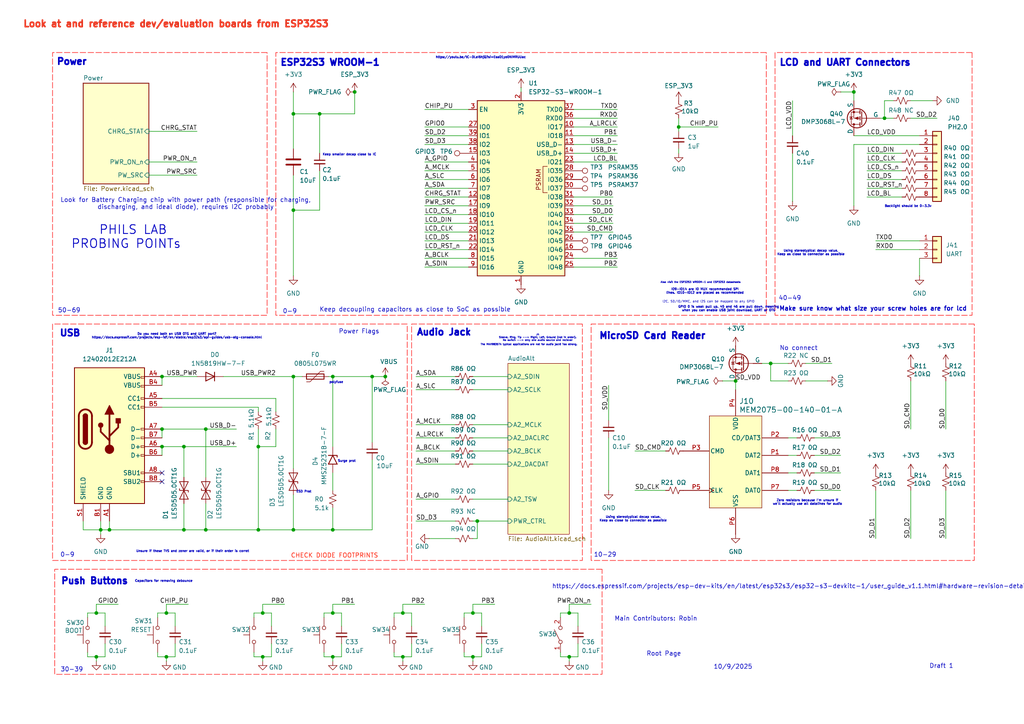
<source format=kicad_sch>
(kicad_sch (version 20250114) (generator "eeschema") (generator_version "9.0")
  (paper "A4")
  (text "LCD and UART Connectors" (at 245.11 18.288 0) (effects (font (size 1.905 1.905) (thickness 0.508) (bold yes))))
  (text "Look for Battery Charging chip with power path (responsible for charging,\ndischarging, and ideal diode), requires I2C probably" (at 53.848 59.182 0) (effects (font (size 1.27 1.27))))
  (text "Keep decoupling capacitors as close to SoC as possible\n" (at 120.396 89.916 0) (effects (font (size 1.27 1.27))))
  (text "50-69" (at 20.066 90.17 0) (effects (font (size 1.27 1.27))))
  (text "ESP32S3 WROOM-1" (at 95.758 18.288 0) (effects (font (size 1.905 1.905) (thickness 0.508) (bold yes))))
  (text "Capacitors for removing debounce" (at 47.498 168.656 0) (effects (font (size 0.635 0.635))))
  (text "Look at and reference dev/evaluation boards from ESP32S3" (at 51.054 7.112 0) (effects (font (size 1.905 1.905) (thickness 0.508) (bold yes))))
  (text "IO9-IO14 are IO MUX recommended SPI\nlines. IO10-IO12 are placed as recommended" (at 204.47 84.582 0) (effects (font (size 0.635 0.635))))
  (text "Make sure know what size your screw holes are for lcd\n" (at 253.238 89.662 0) (effects (font (size 1.27 1.27) (thickness 0.254) (bold yes))))
  (text "GPIO 0 is weak pull up, 45 and 46 are pull down, meaning\nwhen you can enable USB joint download, UART or OTG\n" (at 211.328 89.662 0) (effects (font (size 0.635 0.635))))
  (text "Push Buttons\n" (at 27.432 168.656 0) (effects (font (size 1.905 1.905) (thickness 0.508) (bold yes))))
  (text "Using stereotypical decap value.\nKeep as close to connector as possible" (at 183.642 150.622 0) (effects (font (size 0.635 0.635))))
  (text "MicroSD Card Reader\n" (at 189.23 97.536 0) (effects (font (size 1.905 1.905) (thickness 0.508) (bold yes))))
  (text "Backlight should be 0-3.3v" (at 263.398 59.944 0) (effects (font (size 0.635 0.635))))
  (text "0-9" (at 84.074 90.424 0) (effects (font (size 1.27 1.27))))
  (text "I2C, SD/IO/MMC, and I2S can be mapped to any GPIO\n" (at 205.486 87.63 0) (effects (font (size 0.635 0.635) (thickness 0.0794))))
  (text "Surge prot" (at 100.584 133.858 0) (effects (font (size 0.635 0.635))))
  (text "10/9/2025" (at 212.598 193.548 0) (effects (font (size 1.27 1.27))))
  (text "Root Page" (at 192.532 189.738 0) (effects (font (size 1.27 1.27))))
  (text "Zero resistors because I'm unsure if\nwe'll actually use all datalines for audio" (at 234.188 145.796 0) (effects (font (size 0.635 0.635))))
  (text "10-29" (at 175.514 161.036 0) (effects (font (size 1.27 1.27))))
  (text "Unsure if these TVS and zener are valid, or if their order is corret" (at 55.88 160.02 0) (effects (font (size 0.635 0.635))))
  (text "CHECK DIODE FOOTPRINTS" (at 97.028 161.29 0) (effects (font (size 1.27 1.27))))
  (text "Power" (at 20.828 18.034 0) (effects (font (size 1.905 1.905) (thickness 0.508) (bold yes))))
  (text "polyfuse" (at 97.536 110.998 0) (effects (font (size 0.635 0.635))))
  (text "40-49" (at 229.108 86.614 0) (effects (font (size 1.27 1.27))))
  (text "Audio Jack" (at 128.778 96.52 0) (effects (font (size 1.905 1.905) (thickness 0.508) (bold yes))))
  (text "30-39" (at 20.828 194.31 0) (effects (font (size 1.27 1.27))))
  (text "Do you need both an USB OTG and UART port?\nhttps://docs.espressif.com/projects/esp-idf/en/stable/esp32s3/api-guides/usb-otg-console.html" (at 51.308 97.536 0) (effects (font (size 0.635 0.635))))
  (text "PROBING POINTs" (at 36.576 70.866 0) (effects (font (size 2.54 2.54) (thickness 0.254) (bold yes))))
  (text "The MAX98357A typical applications are not for audio jack! Too strong." (at 153.416 100.076 0) (effects (font (size 0.508 0.508))))
  (text "Also visit the ESP32S3 WROOM-1 and ESP32S3 datasheets" (at 203.2 82.042 0) (effects (font (size 0.508 0.508))))
  (text "Keep smaller decap close to IC" (at 101.346 44.958 0) (effects (font (size 0.635 0.635))))
  (text "Using stereotypical decap value.\nKeep as close to connector as possible" (at 235.204 73.406 0) (effects (font (size 0.635 0.635))))
  (text "Main Contributors: Robin" (at 190.246 179.578 0) (effects (font (size 1.27 1.27))))
  (text "No connect" (at 231.648 101.092 0) (effects (font (size 1.27 1.27))))
  (text "PHILS LAB" (at 38.608 66.802 0) (effects (font (size 2.54 2.54) (thickness 0.254) (bold yes))))
  (text "Draft 1" (at 273.05 193.294 0) (effects (font (size 1.27 1.27))))
  (text "ESD Prot" (at 88.138 142.748 0) (effects (font (size 0.635 0.635))))
  (text "USB\n" (at 20.32 96.774 0) (effects (font (size 1.905 1.905) (thickness 0.508) (bold yes))))
  (text "https://docs.espressif.com/projects/esp-dev-kits/en/latest/esp32s3/esp32-s3-devkitc-1/user_guide_v1.1.html#hardware-revision-details" (at 229.616 170.18 0) (effects (font (size 1.27 1.27))))
  (text "J4\nSleeve, Ring, Tip --> Right, Left, Ground (not in order).\nNo switch --> only one audio source and reciever" (at 155.956 98.044 0) (effects (font (size 0.508 0.508))))
  (text "Power Flags" (at 104.14 96.266 0) (effects (font (size 1.27 1.27))))
  (text "0-9" (at 19.558 161.036 0) (effects (font (size 1.27 1.27))))
  (text "https://youtu.be/tC-DLeI6hjQ?si=EssO1yo0NIMRUUac" (at 139.446 16.764 0) (effects (font (size 0.635 0.635) (thickness 0.1588))))
  (junction (at 85.09 109.22))
  (junction (at 74.93 153.67))
  (junction (at 96.52 153.67))
  (junction (at 31.75 153.67))
  (junction (at 74.93 129.54))
  (junction (at 102.87 26.67))
  (junction (at 92.71 33.02))
  (junction (at 96.52 177.8))
  (junction (at 27.94 190.5))
  (junction (at 256.54 34.29))
  (junction (at 223.52 105.41))
  (junction (at 111.76 109.22))
  (junction (at 46.99 124.46))
  (junction (at 116.84 190.5))
  (junction (at 137.16 190.5))
  (junction (at 116.84 177.8))
  (junction (at 59.69 124.46))
  (junction (at 59.69 153.67))
  (junction (at 137.16 177.8))
  (junction (at 48.26 190.5))
  (junction (at 85.09 153.67))
  (junction (at 76.2 190.5))
  (junction (at 48.26 177.8))
  (junction (at 247.65 26.67))
  (junction (at 46.99 109.22))
  (junction (at 53.34 153.67))
  (junction (at 85.09 60.96))
  (junction (at 46.99 129.54))
  (junction (at 138.43 151.13))
  (junction (at 85.09 33.02))
  (junction (at 53.34 129.54))
  (junction (at 196.85 36.83))
  (junction (at 165.1 190.5))
  (junction (at 96.52 190.5))
  (junction (at 27.94 177.8))
  (junction (at 29.21 153.67))
  (junction (at 165.1 177.8))
  (junction (at 213.36 110.49))
  (junction (at 107.95 109.22))
  (junction (at 76.2 177.8))
  (junction (at 96.52 109.22))
  (no_connect (at 46.99 139.7))
  (no_connect (at 46.99 137.16))
  (wire (pts (xy 196.85 44.45) (xy 196.85 43.18)))
  (wire (pts (xy 251.46 54.61) (xy 261.62 54.61)))
  (wire (pts (xy 137.16 123.19) (xy 147.32 123.19)))
  (wire (pts (xy 48.26 190.5) (xy 50.8 190.5)))
  (wire (pts (xy 162.56 179.07) (xy 162.56 177.8)))
  (wire (pts (xy 46.99 109.22) (xy 46.99 111.76)))
  (wire (pts (xy 114.3 189.23) (xy 114.3 190.5)))
  (wire (pts (xy 43.18 50.8) (xy 57.15 50.8)))
  (wire (pts (xy 46.99 118.11) (xy 74.93 118.11)))
  (wire (pts (xy 107.95 133.35) (xy 107.95 153.67)))
  (wire (pts (xy 85.09 60.96) (xy 85.09 50.8)))
  (wire (pts (xy 80.01 124.46) (xy 80.01 129.54)))
  (wire (pts (xy 45.72 189.23) (xy 45.72 190.5)))
  (wire (pts (xy 85.09 143.51) (xy 85.09 153.67)))
  (wire (pts (xy 196.85 36.83) (xy 196.85 34.29)))
  (wire (pts (xy 179.07 34.29) (xy 166.37 34.29)))
  (wire (pts (xy 116.84 190.5) (xy 119.38 190.5)))
  (wire (pts (xy 76.2 175.26) (xy 82.55 175.26)))
  (wire (pts (xy 165.1 175.26) (xy 165.1 177.8)))
  (wire (pts (xy 29.21 153.67) (xy 29.21 151.13)))
  (wire (pts (xy 209.55 110.49) (xy 213.36 110.49)))
  (wire (pts (xy 251.46 57.15) (xy 261.62 57.15)))
  (wire (pts (xy 184.15 130.81) (xy 193.04 130.81)))
  (wire (pts (xy 29.21 153.67) (xy 31.75 153.67)))
  (wire (pts (xy 123.19 31.75) (xy 135.89 31.75)))
  (wire (pts (xy 223.52 105.41) (xy 220.98 105.41)))
  (wire (pts (xy 119.38 181.61) (xy 119.38 177.8)))
  (wire (pts (xy 45.72 177.8) (xy 48.26 177.8)))
  (wire (pts (xy 74.93 118.11) (xy 74.93 119.38)))
  (wire (pts (xy 165.1 175.26) (xy 171.45 175.26)))
  (wire (pts (xy 123.19 62.23) (xy 135.89 62.23)))
  (wire (pts (xy 27.94 190.5) (xy 27.94 191.77)))
  (wire (pts (xy 114.3 190.5) (xy 116.84 190.5)))
  (wire (pts (xy 93.98 179.07) (xy 93.98 177.8)))
  (wire (pts (xy 85.09 109.22) (xy 87.63 109.22)))
  (wire (pts (xy 251.46 46.99) (xy 261.62 46.99)))
  (wire (pts (xy 46.99 124.46) (xy 46.99 127)))
  (wire (pts (xy 50.8 190.5) (xy 50.8 186.69)))
  (wire (pts (xy 165.1 190.5) (xy 167.64 190.5)))
  (wire (pts (xy 96.52 177.8) (xy 99.06 177.8)))
  (wire (pts (xy 196.85 36.83) (xy 208.28 36.83)))
  (wire (pts (xy 179.07 39.37) (xy 166.37 39.37)))
  (wire (pts (xy 166.37 64.77) (xy 177.8 64.77)))
  (wire (pts (xy 74.93 129.54) (xy 80.01 129.54)))
  (wire (pts (xy 53.34 129.54) (xy 68.58 129.54)))
  (wire (pts (xy 76.2 190.5) (xy 76.2 191.77)))
  (wire (pts (xy 256.54 29.21) (xy 256.54 34.29)))
  (wire (pts (xy 228.6 105.41) (xy 223.52 105.41)))
  (wire (pts (xy 119.38 190.5) (xy 119.38 186.69)))
  (wire (pts (xy 177.8 57.15) (xy 166.37 57.15)))
  (wire (pts (xy 116.84 175.26) (xy 123.19 175.26)))
  (wire (pts (xy 233.68 105.41) (xy 241.3 105.41)))
  (wire (pts (xy 120.65 130.81) (xy 132.08 130.81)))
  (wire (pts (xy 76.2 190.5) (xy 78.74 190.5)))
  (wire (pts (xy 138.43 151.13) (xy 138.43 156.21)))
  (wire (pts (xy 228.6 137.16) (xy 231.14 137.16)))
  (wire (pts (xy 116.84 190.5) (xy 116.84 191.77)))
  (wire (pts (xy 48.26 190.5) (xy 48.26 191.77)))
  (wire (pts (xy 137.16 113.03) (xy 147.32 113.03)))
  (wire (pts (xy 96.52 190.5) (xy 96.52 191.77)))
  (wire (pts (xy 266.7 80.01) (xy 266.7 74.93)))
  (wire (pts (xy 25.4 177.8) (xy 27.94 177.8)))
  (wire (pts (xy 134.62 190.5) (xy 137.16 190.5)))
  (wire (pts (xy 107.95 109.22) (xy 107.95 128.27)))
  (wire (pts (xy 59.69 124.46) (xy 68.58 124.46)))
  (wire (pts (xy 30.48 190.5) (xy 30.48 186.69)))
  (wire (pts (xy 31.75 153.67) (xy 53.34 153.67)))
  (wire (pts (xy 59.69 124.46) (xy 59.69 138.43)))
  (wire (pts (xy 223.52 110.49) (xy 228.6 110.49)))
  (wire (pts (xy 256.54 34.29) (xy 259.08 34.29)))
  (wire (pts (xy 247.65 39.37) (xy 266.7 39.37)))
  (wire (pts (xy 120.65 134.62) (xy 132.08 134.62)))
  (wire (pts (xy 53.34 153.67) (xy 59.69 153.67)))
  (wire (pts (xy 123.19 77.47) (xy 135.89 77.47)))
  (wire (pts (xy 165.1 177.8) (xy 167.64 177.8)))
  (wire (pts (xy 78.74 190.5) (xy 78.74 186.69)))
  (wire (pts (xy 123.19 54.61) (xy 135.89 54.61)))
  (wire (pts (xy 93.98 189.23) (xy 93.98 190.5)))
  (wire (pts (xy 184.15 142.24) (xy 193.04 142.24)))
  (wire (pts (xy 95.25 109.22) (xy 96.52 109.22)))
  (wire (pts (xy 27.94 175.26) (xy 34.29 175.26)))
  (wire (pts (xy 78.74 181.61) (xy 78.74 177.8)))
  (wire (pts (xy 85.09 26.67) (xy 85.09 33.02)))
  (wire (pts (xy 46.99 129.54) (xy 46.99 132.08)))
  (wire (pts (xy 176.53 111.76) (xy 176.53 121.92)))
  (wire (pts (xy 213.36 110.49) (xy 213.36 113.03)))
  (wire (pts (xy 29.21 153.67) (xy 29.21 154.94)))
  (wire (pts (xy 92.71 33.02) (xy 92.71 44.45)))
  (wire (pts (xy 196.85 38.1) (xy 196.85 36.83)))
  (wire (pts (xy 251.46 49.53) (xy 261.62 49.53)))
  (wire (pts (xy 179.07 36.83) (xy 166.37 36.83)))
  (wire (pts (xy 25.4 179.07) (xy 25.4 177.8)))
  (wire (pts (xy 85.09 60.96) (xy 92.71 60.96)))
  (wire (pts (xy 116.84 175.26) (xy 116.84 177.8)))
  (wire (pts (xy 114.3 177.8) (xy 116.84 177.8)))
  (wire (pts (xy 120.65 113.03) (xy 132.08 113.03)))
  (wire (pts (xy 162.56 177.8) (xy 165.1 177.8)))
  (wire (pts (xy 137.16 109.22) (xy 147.32 109.22)))
  (wire (pts (xy 48.26 175.26) (xy 54.61 175.26)))
  (wire (pts (xy 236.22 127) (xy 243.84 127)))
  (wire (pts (xy 123.19 69.85) (xy 135.89 69.85)))
  (wire (pts (xy 176.53 127) (xy 176.53 142.24)))
  (wire (pts (xy 123.19 39.37) (xy 135.89 39.37)))
  (wire (pts (xy 162.56 189.23) (xy 162.56 190.5)))
  (wire (pts (xy 247.65 29.21) (xy 247.65 26.67)))
  (wire (pts (xy 167.64 181.61) (xy 167.64 177.8)))
  (wire (pts (xy 46.99 115.57) (xy 80.01 115.57)))
  (wire (pts (xy 46.99 109.22) (xy 57.15 109.22)))
  (wire (pts (xy 223.52 105.41) (xy 223.52 110.49)))
  (wire (pts (xy 138.43 151.13) (xy 147.32 151.13)))
  (wire (pts (xy 233.68 110.49) (xy 240.03 110.49)))
  (wire (pts (xy 99.06 181.61) (xy 99.06 177.8)))
  (wire (pts (xy 120.65 127) (xy 132.08 127)))
  (wire (pts (xy 93.98 177.8) (xy 96.52 177.8)))
  (wire (pts (xy 123.19 52.07) (xy 135.89 52.07)))
  (wire (pts (xy 53.34 129.54) (xy 53.34 138.43)))
  (wire (pts (xy 137.16 175.26) (xy 143.51 175.26)))
  (wire (pts (xy 123.19 74.93) (xy 135.89 74.93)))
  (wire (pts (xy 255.27 34.29) (xy 256.54 34.29)))
  (wire (pts (xy 45.72 190.5) (xy 48.26 190.5)))
  (wire (pts (xy 48.26 175.26) (xy 48.26 177.8)))
  (wire (pts (xy 96.52 109.22) (xy 96.52 129.54)))
  (wire (pts (xy 102.87 26.67) (xy 102.87 33.02)))
  (wire (pts (xy 123.19 41.91) (xy 135.89 41.91)))
  (wire (pts (xy 264.16 110.49) (xy 264.16 124.46)))
  (wire (pts (xy 25.4 190.5) (xy 27.94 190.5)))
  (wire (pts (xy 107.95 109.22) (xy 111.76 109.22)))
  (wire (pts (xy 166.37 44.45) (xy 179.07 44.45)))
  (wire (pts (xy 30.48 181.61) (xy 30.48 177.8)))
  (wire (pts (xy 96.52 147.32) (xy 96.52 153.67)))
  (wire (pts (xy 96.52 175.26) (xy 102.87 175.26)))
  (wire (pts (xy 96.52 109.22) (xy 107.95 109.22)))
  (wire (pts (xy 74.93 153.67) (xy 85.09 153.67)))
  (wire (pts (xy 85.09 33.02) (xy 85.09 43.18)))
  (wire (pts (xy 229.87 29.21) (xy 229.87 39.37)))
  (wire (pts (xy 73.66 177.8) (xy 76.2 177.8)))
  (wire (pts (xy 134.62 189.23) (xy 134.62 190.5)))
  (wire (pts (xy 43.18 46.99) (xy 57.15 46.99)))
  (wire (pts (xy 137.16 151.13) (xy 138.43 151.13)))
  (wire (pts (xy 96.52 137.16) (xy 96.52 142.24)))
  (wire (pts (xy 85.09 60.96) (xy 85.09 80.01)))
  (wire (pts (xy 120.65 144.78) (xy 132.08 144.78)))
  (wire (pts (xy 135.89 57.15) (xy 123.19 57.15)))
  (wire (pts (xy 135.89 67.31) (xy 123.19 67.31)))
  (wire (pts (xy 228.6 127) (xy 231.14 127)))
  (wire (pts (xy 254 69.85) (xy 266.7 69.85)))
  (wire (pts (xy 73.66 179.07) (xy 73.66 177.8)))
  (wire (pts (xy 177.8 67.31) (xy 166.37 67.31)))
  (wire (pts (xy 73.66 190.5) (xy 76.2 190.5)))
  (wire (pts (xy 27.94 190.5) (xy 30.48 190.5)))
  (wire (pts (xy 76.2 177.8) (xy 78.74 177.8)))
  (wire (pts (xy 24.13 153.67) (xy 24.13 151.13)))
  (wire (pts (xy 134.62 177.8) (xy 137.16 177.8)))
  (wire (pts (xy 229.87 44.45) (xy 229.87 58.42)))
  (wire (pts (xy 59.69 153.67) (xy 74.93 153.67)))
  (wire (pts (xy 228.6 132.08) (xy 231.14 132.08)))
  (wire (pts (xy 137.16 175.26) (xy 137.16 177.8)))
  (wire (pts (xy 73.66 189.23) (xy 73.66 190.5)))
  (wire (pts (xy 123.19 72.39) (xy 135.89 72.39)))
  (wire (pts (xy 48.26 177.8) (xy 50.8 177.8)))
  (wire (pts (xy 254 142.24) (xy 254 156.21)))
  (wire (pts (xy 264.16 142.24) (xy 264.16 156.21)))
  (wire (pts (xy 85.09 153.67) (xy 96.52 153.67)))
  (wire (pts (xy 123.19 64.77) (xy 135.89 64.77)))
  (wire (pts (xy 132.08 151.13) (xy 120.65 151.13)))
  (wire (pts (xy 274.32 110.49) (xy 274.32 124.46)))
  (wire (pts (xy 123.19 36.83) (xy 135.89 36.83)))
  (wire (pts (xy 134.62 179.07) (xy 134.62 177.8)))
  (wire (pts (xy 243.84 26.67) (xy 247.65 26.67)))
  (wire (pts (xy 137.16 127) (xy 147.32 127)))
  (wire (pts (xy 120.65 123.19) (xy 132.08 123.19)))
  (wire (pts (xy 137.16 190.5) (xy 137.16 191.77)))
  (wire (pts (xy 247.65 41.91) (xy 266.7 41.91)))
  (wire (pts (xy 166.37 62.23) (xy 177.8 62.23)))
  (wire (pts (xy 251.46 44.45) (xy 261.62 44.45)))
  (wire (pts (xy 123.19 46.99) (xy 135.89 46.99)))
  (wire (pts (xy 80.01 115.57) (xy 80.01 119.38)))
  (wire (pts (xy 137.16 144.78) (xy 147.32 144.78)))
  (wire (pts (xy 27.94 175.26) (xy 27.94 177.8)))
  (wire (pts (xy 228.6 142.24) (xy 231.14 142.24)))
  (wire (pts (xy 31.75 153.67) (xy 31.75 151.13)))
  (wire (pts (xy 254 72.39) (xy 266.7 72.39)))
  (wire (pts (xy 64.77 109.22) (xy 85.09 109.22)))
  (wire (pts (xy 24.13 153.67) (xy 29.21 153.67)))
  (wire (pts (xy 162.56 190.5) (xy 165.1 190.5)))
  (wire (pts (xy 274.32 142.24) (xy 274.32 156.21)))
  (wire (pts (xy 151.13 25.4) (xy 151.13 26.67)))
  (wire (pts (xy 27.94 177.8) (xy 30.48 177.8)))
  (wire (pts (xy 137.16 190.5) (xy 139.7 190.5)))
  (wire (pts (xy 179.07 46.99) (xy 166.37 46.99)))
  (wire (pts (xy 256.54 29.21) (xy 259.08 29.21)))
  (wire (pts (xy 137.16 130.81) (xy 147.32 130.81)))
  (wire (pts (xy 139.7 181.61) (xy 139.7 177.8)))
  (wire (pts (xy 43.18 38.1) (xy 57.15 38.1)))
  (wire (pts (xy 76.2 175.26) (xy 76.2 177.8)))
  (wire (pts (xy 25.4 189.23) (xy 25.4 190.5)))
  (wire (pts (xy 165.1 190.5) (xy 165.1 191.77)))
  (wire (pts (xy 85.09 33.02) (xy 92.71 33.02)))
  (wire (pts (xy 92.71 49.53) (xy 92.71 60.96)))
  (wire (pts (xy 137.16 156.21) (xy 138.43 156.21)))
  (wire (pts (xy 166.37 59.69) (xy 177.8 59.69)))
  (wire (pts (xy 116.84 177.8) (xy 119.38 177.8)))
  (wire (pts (xy 264.16 34.29) (xy 271.78 34.29)))
  (wire (pts (xy 96.52 190.5) (xy 99.06 190.5)))
  (wire (pts (xy 137.16 177.8) (xy 139.7 177.8)))
  (wire (pts (xy 93.98 190.5) (xy 96.52 190.5)))
  (wire (pts (xy 179.07 77.47) (xy 166.37 77.47)))
  (wire (pts (xy 46.99 124.46) (xy 59.69 124.46)))
  (wire (pts (xy 99.06 190.5) (xy 99.06 186.69)))
  (wire (pts (xy 123.19 59.69) (xy 135.89 59.69)))
  (wire (pts (xy 166.37 41.91) (xy 179.07 41.91)))
  (wire (pts (xy 264.16 29.21) (xy 270.51 29.21)))
  (wire (pts (xy 179.07 74.93) (xy 166.37 74.93)))
  (wire (pts (xy 124.46 156.21) (xy 132.08 156.21)))
  (wire (pts (xy 85.09 109.22) (xy 85.09 135.89)))
  (wire (pts (xy 236.22 137.16) (xy 243.84 137.16)))
  (wire (pts (xy 59.69 146.05) (xy 59.69 153.67)))
  (wire (pts (xy 96.52 175.26) (xy 96.52 177.8)))
  (wire (pts (xy 247.65 41.91) (xy 247.65 59.69)))
  (wire (pts (xy 50.8 181.61) (xy 50.8 177.8)))
  (wire (pts (xy 74.93 129.54) (xy 74.93 153.67)))
  (wire (pts (xy 53.34 146.05) (xy 53.34 153.67)))
  (wire (pts (xy 120.65 109.22) (xy 132.08 109.22)))
  (wire (pts (xy 251.46 52.07) (xy 261.62 52.07)))
  (wire (pts (xy 114.3 179.07) (xy 114.3 177.8)))
  (wire (pts (xy 139.7 190.5) (xy 139.7 186.69)))
  (wire (pts (xy 236.22 132.08) (xy 243.84 132.08)))
  (wire (pts (xy 123.19 49.53) (xy 135.89 49.53)))
  (wire (pts (xy 179.07 31.75) (xy 166.37 31.75)))
  (wire (pts (xy 92.71 33.02) (xy 102.87 33.02)))
  (wire (pts (xy 236.22 142.24) (xy 243.84 142.24)))
  (wire (pts (xy 46.99 129.54) (xy 53.34 129.54)))
  (wire (pts (xy 137.16 134.62) (xy 147.32 134.62)))
  (wire (pts (xy 167.64 190.5) (xy 167.64 186.69)))
  (wire (pts (xy 96.52 153.67) (xy 107.95 153.67)))
  (wire (pts (xy 74.93 124.46) (xy 74.93 129.54)))
  (wire (pts (xy 45.72 179.07) (xy 45.72 177.8)))
  (label "USB_D+" (at 68.58 129.54 180))
  (label "LCD_BL" (at 179.07 46.99 180))
  (label "A_SLC" (at 120.65 113.03 0))
  (label "TXD0" (at 179.07 31.75 180))
  (label "A_SDA" (at 120.65 109.22 0))
  (label "PWR_SRC" (at 57.15 50.8 180))
  (label "SD_D2" (at 264.16 156.21 90))
  (label "SD_D0" (at 243.84 142.24 180))
  (label "A_BCLK" (at 123.19 74.93 0))
  (label "USB_D+" (at 179.07 44.45 180))
  (label "SD_CLK" (at 177.8 64.77 180))
  (label "SD_D1" (at 177.8 59.69 180))
  (label "USB_D-" (at 179.07 41.91 180))
  (label "A_GPIO" (at 123.19 46.99 0))
  (label "SD_D2" (at 271.78 34.29 180))
  (label "LCD_DS" (at 251.46 52.07 0))
  (label "LCD_DIN" (at 123.19 64.77 0))
  (label "LCD_VDD" (at 229.87 29.21 270))
  (label "PB3" (at 143.51 175.26 180))
  (label "A_MCLK" (at 123.19 49.53 0))
  (label "PWR_ON_n" (at 171.45 175.26 180))
  (label "LCD_CLK" (at 123.19 67.31 0))
  (label "CHRG_STAT" (at 57.15 38.1 180))
  (label "SD_D1" (at 243.84 137.16 180))
  (label "SD_D1" (at 241.3 105.41 180))
  (label "LCD_BL" (at 251.46 57.15 0))
  (label "CHIP_PU" (at 123.19 31.75 0))
  (label "SD_D1" (at 254 156.21 90))
  (label "SD_VDD" (at 213.36 110.49 0))
  (label "SD_D3" (at 243.84 127 180))
  (label "A_LRCLK" (at 120.65 127 0))
  (label "SD_D2" (at 123.19 39.37 0))
  (label "A_SLC" (at 123.19 52.07 0))
  (label "SD_CMD" (at 184.15 130.81 0))
  (label "PWR_ON_n" (at 57.15 46.99 180))
  (label "RXD0" (at 254 72.39 0))
  (label "LCD_DS" (at 123.19 69.85 0))
  (label "CHRG_STAT" (at 123.19 57.15 0))
  (label "A_LRCLK" (at 179.07 36.83 180))
  (label "LCD_DIN" (at 251.46 44.45 0))
  (label "A_SDIN" (at 123.19 77.47 0))
  (label "USB_PWR2" (at 69.85 109.22 0))
  (label "PB0" (at 177.8 57.15 180))
  (label "RXD0" (at 179.07 34.29 180))
  (label "A_SDA" (at 123.19 54.61 0))
  (label "USB_D-" (at 68.58 124.46 180))
  (label "A_BCLK" (at 120.65 130.81 0))
  (label "PB2" (at 123.19 175.26 180))
  (label "SD_D3" (at 120.65 151.13 0))
  (label "SD_CMD" (at 264.16 124.46 90))
  (label "LCD_RST_n" (at 123.19 72.39 0))
  (label "A_MCLK" (at 120.65 123.19 0))
  (label "GPIO0" (at 34.29 175.26 180))
  (label "SD_CMD" (at 177.8 67.31 180))
  (label "PB0" (at 82.55 175.26 180))
  (label "PB3" (at 179.07 74.93 180))
  (label "LCD_VDD" (at 251.46 39.37 0))
  (label "SD_D3" (at 123.19 41.91 0))
  (label "A_SDIN" (at 120.65 134.62 0))
  (label "PB1" (at 179.07 39.37 180))
  (label "GPIO0" (at 123.19 36.83 0))
  (label "SD_CLK" (at 184.15 142.24 0))
  (label "USB_PWR" (at 48.26 109.22 0))
  (label "TXD0" (at 254 69.85 0))
  (label "SD_D2" (at 243.84 132.08 180))
  (label "PWR_SRC" (at 123.19 59.69 0))
  (label "SD_VDD" (at 176.53 111.76 270))
  (label "LCD_RST_n" (at 251.46 54.61 0))
  (label "SD_D3" (at 274.32 156.21 90))
  (label "CHIP_PU" (at 208.28 36.83 180))
  (label "LCD_CS_n" (at 123.19 62.23 0))
  (label "LCD_CLK" (at 251.46 46.99 0))
  (label "SD_D0" (at 177.8 62.23 180))
  (label "CHIP_PU" (at 54.61 175.26 180))
  (label "PB2" (at 179.07 77.47 180))
  (label "SD_D0" (at 274.32 124.46 90))
  (label "A_GPIO" (at 120.65 144.78 0))
  (label "PB1" (at 102.87 175.26 180))
  (label "LCD_CS_n" (at 251.46 49.53 0))
  (rule_area (polyline (pts (xy 118.11 93.98) (xy 15.24 93.98) (xy 15.24 162.56) (xy 118.11 162.56)) (stroke (width 0) (type dash))))
  (rule_area (polyline (pts (xy 282.575 93.98) (xy 171.45 93.98) (xy 171.45 162.56) (xy 282.575 162.56)) (stroke (width 0) (type dash))))
  (rule_area (polyline (pts (xy 168.91 93.98) (xy 119.38 93.98) (xy 119.38 162.56) (xy 168.91 162.56)) (stroke (width 0) (type dash))))
  (rule_area (polyline (pts (xy 174.625 165.1) (xy 15.875 165.1) (xy 15.875 195.58) (xy 174.625 195.58)) (stroke (width 0) (type dash))))
  (rule_area (polyline (pts (xy 281.94 15.24) (xy 224.79 15.24) (xy 224.79 91.44) (xy 281.94 91.44)) (stroke (width 0) (type dash))))
  (rule_area (polyline (pts (xy 222.25 15.24) (xy 80.01 15.24) (xy 80.01 91.44) (xy 222.25 91.44)) (stroke (width 0) (type dash))))
  (rule_area (polyline (pts (xy 77.47 15.24) (xy 15.24 15.24) (xy 15.24 91.44) (xy 77.47 91.44)) (stroke (width 0) (type dash))))
  (symbol (lib_id "power:PWR_FLAG") (at 209.55 110.49 90) (mirror x) (unit 1)
    (property "Reference" "#FLG03" (effects (hide yes)))
    (property "Value" "PWR_FLAG" (at 205.74 110.744 90) (effects (justify left)))
    (property "Description" "Special symbol for telling ERC where power comes from" (effects (hide yes)))
  )
  (symbol (lib_id "Device:R_Small_US") (at 264.16 49.53 90) (unit 1)
    (property "Reference" "R42" (at 275.59 48.006 90))
    (property "Value" "0Ω" (at 279.908 48.006 90))
    (property "Footprint" "Resistor_SMD:R_0805_2012Metric" (effects (hide yes)))
    (property "Description" "Resistor, small US symbol" (effects (hide yes)))
  )
  (symbol (lib_id "Device:R_Small_US") (at 264.16 52.07 90) (unit 1)
    (property "Reference" "R43" (at 275.59 50.546 90))
    (property "Value" "0Ω" (at 279.908 50.546 90))
    (property "Footprint" "Resistor_SMD:R_0805_2012Metric" (effects (hide yes)))
    (property "Description" "Resistor, small US symbol" (effects (hide yes)))
  )
  (symbol (lib_id "Device:C") (at 85.09 46.99 0) (unit 1)
    (property "Reference" "C1" (at 86.868 49.784 0) (effects (justify left)))
    (property "Value" "10uF" (at 86.868 52.324 0) (effects (justify left)))
    (property "Footprint" "Capacitor_SMD:C_0603_1608Metric_Pad1.08x0.95mm_HandSolder" (effects (hide yes)))
    (property "Description" "Unpolarized capacitor" (effects (hide yes)))
  )
  (symbol (lib_id "Device:R_Small_US") (at 233.68 132.08 90) (unit 1)
    (property "Reference" "R17" (at 231.648 129.794 90))
    (property "Value" "0Ω" (at 235.712 129.794 90))
    (property "Footprint" "Resistor_SMD:R_0805_2012Metric" (effects (hide yes)))
    (property "Description" "Resistor, small US symbol" (effects (hide yes)))
  )
  (symbol (lib_id "power:+3V3") (at 274.32 137.16 0) (unit 1)
    (property "Reference" "#PWR037" (effects (hide yes)))
    (property "Value" "+3V3" (at 274.32 132.08 0))
    (property "Description" "Power symbol creates a global label with name \"+3V3\"" (effects (hide yes)))
  )
  (symbol (lib_id "power:GND") (at 247.65 59.69 0) (unit 1)
    (property "Reference" "#PWR01" (effects (hide yes)))
    (property "Value" "GND" (at 247.65 64.77 0))
    (property "Description" "Power symbol creates a global label with name \"GND\" , ground" (effects (hide yes)))
  )
  (symbol (lib_id "power:+3V3") (at 196.85 29.21 0) (unit 1)
    (property "Reference" "#PWR031" (effects (hide yes)))
    (property "Value" "ESP_3V3" (at 196.85 24.892 0))
    (property "Description" "Power symbol creates a global label with name \"+3V3\"" (effects (hide yes)))
  )
  (symbol (lib_id "Device:R_Small_US") (at 231.14 110.49 90) (unit 1)
    (property "Reference" "R23" (at 229.108 108.204 90))
    (property "Value" "0Ω" (at 233.172 108.204 90))
    (property "Footprint" "Resistor_SMD:R_0805_2012Metric" (effects (hide yes)))
    (property "Description" "Resistor, small US symbol" (effects (hide yes)))
  )
  (symbol (lib_id "Connector:TestPoint") (at 166.37 69.85 270) (unit 1)
    (property "Reference" "TP7" (at 171.196 68.834 90) (effects (justify left)))
    (property "Value" "GPIO45" (at 176.276 68.8341 90) (effects (justify left)))
    (property "Footprint" "footprints:TestPoint_Pad_1.5x1.5mm" (effects (hide yes)))
    (property "Description" "test point" (effects (hide yes)))
  )
  (symbol (lib_id "power:GND") (at 270.51 29.21 90) (unit 1)
    (property "Reference" "#PWR019" (effects (hide yes)))
    (property "Value" "GND" (at 274.32 29.2099 90) (effects (justify right)))
    (property "Description" "Power symbol creates a global label with name \"GND\" , ground" (effects (hide yes)))
  )
  (symbol (lib_id "power:GND") (at 176.53 142.24 0) (unit 1)
    (property "Reference" "#PWR018" (effects (hide yes)))
    (property "Value" "GND" (at 176.53 147.32 0))
    (property "Description" "Power symbol creates a global label with name \"GND\" , ground" (effects (hide yes)))
  )
  (symbol (lib_id "power:PWR_FLAG") (at 243.84 26.67 90) (mirror x) (unit 1)
    (property "Reference" "#FLG06" (effects (hide yes)))
    (property "Value" "PWR_FLAG" (at 246.634 24.384 90) (effects (justify left)))
    (property "Description" "Special symbol for telling ERC where power comes from" (effects (hide yes)))
  )
  (symbol (lib_id "Device:R_Small_US") (at 233.68 142.24 90) (unit 1)
    (property "Reference" "R19" (at 231.648 139.954 90))
    (property "Value" "0Ω" (at 235.712 139.954 90))
    (property "Footprint" "Resistor_SMD:R_0805_2012Metric" (effects (hide yes)))
    (property "Description" "Resistor, small US symbol" (effects (hide yes)))
  )
  (symbol (lib_id "Device:R_Small_US") (at 134.62 127 90) (unit 1)
    (property "Reference" "R89" (at 132.588 124.714 90))
    (property "Value" "0Ω" (at 136.652 124.714 90))
    (property "Footprint" "Resistor_SMD:R_0603_1608Metric_Pad0.98x0.95mm_HandSolder" (effects (hide yes)))
    (property "Description" "Resistor, small US symbol" (effects (hide yes)))
  )
  (symbol (lib_id "power:GND") (at 48.26 191.77 0) (unit 1)
    (property "Reference" "#PWR06" (effects (hide yes)))
    (property "Value" "GND" (at 52.07 193.548 0))
    (property "Description" "Power symbol creates a global label with name \"GND\" , ground" (effects (hide yes)))
  )
  (symbol (lib_id "Device:C_Small") (at 176.53 124.46 0) (unit 1)
    (property "Reference" "C10" (at 177.546 127 0) (effects (justify left)))
    (property "Value" "0.1uF" (at 177.546 129.54 0) (effects (justify left)))
    (property "Footprint" "Capacitor_SMD:C_0603_1608Metric_Pad1.08x0.95mm_HandSolder" (effects (hide yes)))
    (property "Description" "Unpolarized capacitor, small symbol" (effects (hide yes)))
  )
  (symbol (lib_id "MEM2075:MEM2075-00-140-01-A") (at 213.36 137.16 0) (unit 1)
    (property "Reference" "J10" (at 214.376 116.332 0) (effects (font (size 1.524 1.524)) (justify left)))
    (property "Value" "MEM2075-00-140-01-A" (at 214.376 118.872 0) (effects (font (size 1.524 1.524)) (justify left)))
    (property "Footprint" "Footprints:MEM2075-00-140-01-A_GCT" (effects (hide yes)))
    (property "Datasheet" "https://gct.co/connector/mem2075" (effects (hide yes)))
  )
  (symbol (lib_id "RF_Module:ESP32-S3-WROOM-1") (at 151.13 54.61 0) (unit 1)
    (property "Reference" "U1" (at 153.2733 24.13 0) (effects (justify left)))
    (property "Value" "ESP32-S3-WROOM-1" (at 153.2733 26.67 0) (effects (justify left)))
    (property "Footprint" "RF_Module:ESP32-S3-WROOM-1" (effects (hide yes)))
    (property "Datasheet" "https://www.espressif.com/sites/default/files/documentation/esp32-s3-wroom-1_wroom-1u_datasheet_en.pdf" (effects (hide yes)))
    (property "Description" "RF Module, ESP32-S3 SoC, Wi-Fi 802.11b/g/n, Bluetooth, BLE, 32-bit, 3.3V, onboard antenna, SMD" (effects (hide yes)))
  )
  (symbol (lib_id "Device:R_Small_US") (at 74.93 121.92 0) (unit 1)
    (property "Reference" "R1" (at 72.898 127.762 90) (effects (justify left)))
    (property "Value" "5.1kΩ" (at 72.898 124.206 90) (effects (justify left)))
    (property "Footprint" "Resistor_SMD:R_0805_2012Metric" (effects (hide yes)))
    (property "Description" "Resistor, small US symbol" (effects (hide yes)))
  )
  (symbol (lib_id "Device:C_Small") (at 167.64 184.15 0) (unit 1)
    (property "Reference" "C36" (at 168.656 186.182 0) (effects (justify left)))
    (property "Value" "0.1uF" (at 168.656 188.722 0) (effects (justify left)))
    (property "Footprint" "Capacitor_SMD:C_0805_2012Metric_Pad1.18x1.45mm_HandSolder" (effects (hide yes)))
    (property "Description" "Unpolarized capacitor, small symbol" (effects (hide yes)))
  )
  (symbol (lib_id "Simulation_SPICE:PMOS") (at 215.9 105.41 180) (unit 1)
    (property "Reference" "Q10" (at 208.28 104.14 0))
    (property "Value" "DMP3068L-7" (at 203.454 106.426 0))
    (property "Footprint" "Package_TO_SOT_SMD:SOT-23-3" (effects (hide yes)))
    (property "Datasheet" "https://www.diodes.com/assets/Datasheets/DMP3068L.pdf" (effects (hide yes)))
    (property "Description" "P-MOSFET transistor, drain/source/gate" (effects (hide yes)))
    (property "Sim.Device" "PMOS" (effects (hide yes)))
    (property "Sim.Type" "VDMOS" (effects (hide yes)))
    (property "Sim.Pins" "1=D 2=G 3=S" (effects (hide yes)))
  )
  (symbol (lib_id "Switch:SW_Push") (at 114.3 184.15 90) (unit 1)
    (property "Reference" "SW34" (at 110.49 182.626 90))
    (property "Value" "SW_Push" (effects (hide yes)))
    (property "Footprint" "Button_Switch_SMD:SW_Push_1P1T_NO_CK_KSC6xxG" (effects (hide yes)))
    (property "Description" "Push button switch, generic, two pins" (effects (hide yes)))
  )
  (symbol (lib_id "power:+3V3") (at 151.13 25.4 0) (unit 1)
    (property "Reference" "#PWR030" (effects (hide yes)))
    (property "Value" "ESP_3V3" (at 151.13 20.32 0))
    (property "Description" "Power symbol creates a global label with name \"+3V3\"" (effects (hide yes)))
  )
  (symbol (lib_id "power:GND") (at 229.87 58.42 0) (unit 1)
    (property "Reference" "#PWR020" (effects (hide yes)))
    (property "Value" "GND" (at 229.87 63.5 0))
    (property "Description" "Power symbol creates a global label with name \"GND\" , ground" (effects (hide yes)))
  )
  (symbol (lib_id "Device:R_Small_US") (at 264.16 46.99 90) (unit 1)
    (property "Reference" "R41" (at 275.59 45.466 90))
    (property "Value" "0Ω" (at 279.908 45.466 90))
    (property "Footprint" "Resistor_SMD:R_0805_2012Metric" (effects (hide yes)))
    (property "Description" "Resistor, small US symbol" (effects (hide yes)))
  )
  (symbol (lib_id "Switch:SW_Push") (at 25.4 184.15 90) (unit 1)
    (property "Reference" "SW30" (at 21.844 180.594 90))
    (property "Value" "BOOT" (at 21.336 182.88 90))
    (property "Footprint" "Button_Switch_SMD:SW_Push_1P1T_NO_CK_KSC6xxG" (effects (hide yes)))
    (property "Description" "Push button switch, generic, two pins" (effects (hide yes)))
  )
  (symbol (lib_id "Device:R_Small_US") (at 274.32 107.95 180) (unit 1)
    (property "Reference" "R12" (at 277.114 106.172 0))
    (property "Value" "10kΩ" (at 277.622 108.458 0))
    (property "Footprint" "Resistor_SMD:R_0805_2012Metric" (effects (hide yes)))
    (property "Description" "Resistor, small US symbol" (effects (hide yes)))
  )
  (symbol (lib_id "Connector:TestPoint") (at 166.37 72.39 270) (unit 1)
    (property "Reference" "TP8" (at 171.196 71.374 90) (effects (justify left)))
    (property "Value" "GPIO46" (at 176.276 71.3741 90) (effects (justify left)))
    (property "Footprint" "footprints:TestPoint_Pad_1.5x1.5mm" (effects (hide yes)))
    (property "Description" "test point" (effects (hide yes)))
  )
  (symbol (lib_id "Device:R_Small_US") (at 134.62 109.22 90) (unit 1)
    (property "Reference" "R86" (at 132.588 106.934 90))
    (property "Value" "0Ω" (at 136.652 106.934 90))
    (property "Footprint" "Resistor_SMD:R_0603_1608Metric_Pad0.98x0.95mm_HandSolder" (effects (hide yes)))
    (property "Description" "Resistor, small US symbol" (effects (hide yes)))
  )
  (symbol (lib_id "power:+3V3") (at 274.32 105.41 0) (unit 1)
    (property "Reference" "#PWR034" (effects (hide yes)))
    (property "Value" "+3V3" (at 274.32 100.33 0))
    (property "Description" "Power symbol creates a global label with name \"+3V3\"" (effects (hide yes)))
  )
  (symbol (lib_id "power:GND") (at 29.21 154.94 0) (unit 1)
    (property "Reference" "#PWR08" (effects (hide yes)))
    (property "Value" "GND" (at 29.21 160.02 0))
    (property "Description" "Power symbol creates a global label with name \"GND\" , ground" (effects (hide yes)))
  )
  (symbol (lib_id "power:GND") (at 76.2 191.77 0) (unit 1)
    (property "Reference" "#PWR025" (effects (hide yes)))
    (property "Value" "GND" (at 80.01 193.548 0))
    (property "Description" "Power symbol creates a global label with name \"GND\" , ground" (effects (hide yes)))
  )
  (symbol (lib_id "Device:R_Small_US") (at 134.62 130.81 90) (unit 1)
    (property "Reference" "R90" (at 132.588 128.524 90))
    (property "Value" "0Ω" (at 136.652 128.524 90))
    (property "Footprint" "Resistor_SMD:R_0603_1608Metric_Pad0.98x0.95mm_HandSolder" (effects (hide yes)))
    (property "Description" "Resistor, small US symbol" (effects (hide yes)))
  )
  (symbol (lib_id "power:GND") (at 27.94 191.77 0) (unit 1)
    (property "Reference" "#PWR05" (effects (hide yes)))
    (property "Value" "GND" (at 31.75 193.548 0))
    (property "Description" "Power symbol creates a global label with name \"GND\" , ground" (effects (hide yes)))
  )
  (symbol (lib_id "Device:R_Small_US") (at 134.62 156.21 270) (mirror x) (unit 1)
    (property "Reference" "R94" (at 132.588 153.416 90))
    (property "Value" "0Ω" (at 136.652 153.416 90))
    (property "Footprint" "Resistor_SMD:R_0603_1608Metric_Pad0.98x0.95mm_HandSolder" (effects (hide yes)))
    (property "Description" "Resistor, small US symbol" (effects (hide yes)))
  )
  (symbol (lib_id "power:+3V3") (at 213.36 100.33 0) (unit 1)
    (property "Reference" "#PWR011" (effects (hide yes)))
    (property "Value" "+3V3" (at 213.36 95.25 0))
    (property "Description" "Power symbol creates a global label with name \"+3V3\"" (effects (hide yes)))
  )
  (symbol (lib_id "Device:R_Small_US") (at 231.14 105.41 90) (unit 1)
    (property "Reference" "R22" (at 229.108 103.124 90))
    (property "Value" "NC" (at 233.172 103.124 90))
    (property "Footprint" "Resistor_SMD:R_0805_2012Metric" (effects (hide yes)))
    (property "Description" "Resistor, small US symbol" (effects (hide yes)))
  )
  (symbol (lib_id "Device:R_Small_US") (at 264.16 107.95 180) (unit 1)
    (property "Reference" "R11" (at 266.954 106.172 0))
    (property "Value" "10kΩ" (at 267.462 108.458 0))
    (property "Footprint" "Resistor_SMD:R_0805_2012Metric" (effects (hide yes)))
    (property "Description" "Resistor, small US symbol" (effects (hide yes)))
  )
  (symbol (lib_id "power:PWR_FLAG") (at 111.76 109.22 180) (unit 1)
    (property "Reference" "#FLG02" (effects (hide yes)))
    (property "Value" "PWR_FLAG" (at 108.204 113.03 0) (effects (justify right)))
    (property "Description" "Special symbol for telling ERC where power comes from" (effects (hide yes)))
  )
  (symbol (lib_id "Device:R_Small_US") (at 134.62 134.62 90) (unit 1)
    (property "Reference" "R91" (at 132.588 132.334 90))
    (property "Value" "0Ω" (at 136.652 132.334 90))
    (property "Footprint" "Resistor_SMD:R_0603_1608Metric_Pad0.98x0.95mm_HandSolder" (effects (hide yes)))
    (property "Description" "Resistor, small US symbol" (effects (hide yes)))
  )
  (symbol (lib_id "power:+3V3") (at 102.87 26.67 0) (unit 1)
    (property "Reference" "#PWR029" (effects (hide yes)))
    (property "Value" "ESP_3V3" (at 102.87 21.59 0))
    (property "Description" "Power symbol creates a global label with name \"+3V3\"" (effects (hide yes)))
  )
  (symbol (lib_id "power:+3V3") (at 254 137.16 0) (unit 1)
    (property "Reference" "#PWR035" (effects (hide yes)))
    (property "Value" "+3V3" (at 254 132.08 0))
    (property "Description" "Power symbol creates a global label with name \"+3V3\"" (effects (hide yes)))
  )
  (symbol (lib_id "Device:R_Small_US") (at 233.68 127 90) (unit 1)
    (property "Reference" "R16" (at 231.648 124.714 90))
    (property "Value" "0Ω" (at 235.712 124.714 90))
    (property "Footprint" "Resistor_SMD:R_0805_2012Metric" (effects (hide yes)))
    (property "Description" "Resistor, small US symbol" (effects (hide yes)))
  )
  (symbol (lib_id "Diode:SMF33A") (at 96.52 133.35 270) (unit 1)
    (property "Reference" "D4" (at 91.44 135.128 0) (effects (justify right)))
    (property "Value" "MMSZ5231B-7-F" (at 93.98 140.716 0) (effects (justify right)))
    (property "Footprint" "Diode_SMD:D_SOD-323" (effects (hide yes)))
    (property "Datasheet" "https://www.diodes.com/assets/Datasheets/ds31038.pdf" (effects (hide yes)))
    (property "Description" "200W unidirectional Transil Transient Voltage Suppressor, 33Vrwm, SMF" (effects (hide yes)))
  )
  (symbol (lib_id "Device:R_Small_US") (at 134.62 151.13 270) (mirror x) (unit 1)
    (property "Reference" "R93" (at 132.588 148.336 90))
    (property "Value" "NC" (at 136.652 148.336 90))
    (property "Footprint" "Resistor_SMD:R_0603_1608Metric_Pad0.98x0.95mm_HandSolder" (effects (hide yes)))
    (property "Description" "Resistor, small US symbol" (effects (hide yes)))
  )
  (symbol (lib_id "power:GND") (at 116.84 191.77 0) (unit 1)
    (property "Reference" "#PWR027" (effects (hide yes)))
    (property "Value" "GND" (at 120.65 193.548 0))
    (property "Description" "Power symbol creates a global label with name \"GND\" , ground" (effects (hide yes)))
  )
  (symbol (lib_id "Device:C_Small") (at 30.48 184.15 0) (unit 1)
    (property "Reference" "C30" (at 31.496 186.182 0) (effects (justify left)))
    (property "Value" "0.1uF" (at 31.496 188.722 0) (effects (justify left)))
    (property "Footprint" "Capacitor_SMD:C_0805_2012Metric_Pad1.18x1.45mm_HandSolder" (effects (hide yes)))
    (property "Description" "Unpolarized capacitor, small symbol" (effects (hide yes)))
  )
  (symbol (lib_id "Diode:SMAJ400CA") (at 53.34 142.24 270) (unit 1)
    (property "Reference" "D1" (at 48.006 150.622 0) (effects (justify right)))
    (property "Value" "LESD5D5.0CT1G" (at 50.546 150.622 0) (effects (justify right)))
    (property "Footprint" "Diode_SMD:D_SMA" (effects (hide yes)))
    (property "Datasheet" "https://www.littelfuse.com/media?resourcetype=datasheets&itemid=75e32973-b177-4ee3-a0ff-cedaf1abdb93&filename=smaj-datasheet" (effects (hide yes)))
    (property "Description" "600W bidirectional Transient Voltage Suppressor, 400.0Vr, SMA(DO-214AC)" (effects (hide yes)))
  )
  (symbol (lib_id "power:GND") (at 165.1 191.77 0) (unit 1)
    (property "Reference" "#PWR061" (effects (hide yes)))
    (property "Value" "GND" (at 168.91 193.548 0))
    (property "Description" "Power symbol creates a global label with name \"GND\" , ground" (effects (hide yes)))
  )
  (symbol (lib_id "power:+3V3") (at 247.65 26.67 0) (unit 1)
    (property "Reference" "#PWR02" (effects (hide yes)))
    (property "Value" "+3V3" (at 247.65 21.59 0))
    (property "Description" "Power symbol creates a global label with name \"+3V3\"" (effects (hide yes)))
  )
  (symbol (lib_id "power:GND") (at 213.36 154.94 0) (unit 1)
    (property "Reference" "#PWR07" (effects (hide yes)))
    (property "Value" "GND" (at 213.36 160.02 0))
    (property "Description" "Power symbol creates a global label with name \"GND\" , ground" (effects (hide yes)))
  )
  (symbol (lib_id "Device:R_Small_US") (at 196.85 31.75 180) (unit 1)
    (property "Reference" "R3" (at 199.644 29.972 0))
    (property "Value" "10kΩ" (at 200.152 32.258 0))
    (property "Footprint" "Resistor_SMD:R_0805_2012Metric" (effects (hide yes)))
    (property "Description" "Resistor, small US symbol" (effects (hide yes)))
  )
  (symbol (lib_id "Device:C_Small") (at 78.74 184.15 0) (unit 1)
    (property "Reference" "C32" (at 79.756 186.182 0) (effects (justify left)))
    (property "Value" "0.1uF" (at 79.756 188.722 0) (effects (justify left)))
    (property "Footprint" "Capacitor_SMD:C_0805_2012Metric_Pad1.18x1.45mm_HandSolder" (effects (hide yes)))
    (property "Description" "Unpolarized capacitor, small symbol" (effects (hide yes)))
  )
  (symbol (lib_id "power:GND") (at 151.13 82.55 0) (unit 1)
    (property "Reference" "#PWR04" (effects (hide yes)))
    (property "Value" "GND" (at 151.13 87.63 0))
    (property "Description" "Power symbol creates a global label with name \"GND\" , ground" (effects (hide yes)))
  )
  (symbol (lib_id "Connector:USB_C_Receptacle_USB2.0_16P") (at 31.75 124.46 0) (unit 1)
    (property "Reference" "J1" (at 31.75 101.6 0))
    (property "Value" "12402012E212A" (at 31.75 104.14 0))
    (property "Footprint" "Footprints:USB_C_12402012E212A_AMP" (effects (hide yes)))
    (property "Datasheet" "https://cdn.amphenol-cs.com/media/wysiwyg/files/documentation/datasheet/inputoutput/io_usb_type_c.pdf" (effects (hide yes)))
    (property "Description" "USB 2.0-only 16P Type-C Receptacle connector" (effects (hide yes)))
  )
  (symbol (lib_id "power:+3V3") (at 264.16 105.41 0) (unit 1)
    (property "Reference" "#PWR033" (effects (hide yes)))
    (property "Value" "+3V3" (at 264.16 100.33 0))
    (property "Description" "Power symbol creates a global label with name \"+3V3\"" (effects (hide yes)))
  )
  (symbol (lib_id "Device:R_Small_US") (at 264.16 44.45 90) (unit 1)
    (property "Reference" "R40" (at 275.59 42.926 90))
    (property "Value" "0Ω" (at 279.908 42.926 90))
    (property "Footprint" "Resistor_SMD:R_0805_2012Metric" (effects (hide yes)))
    (property "Description" "Resistor, small US symbol" (effects (hide yes)))
  )
  (symbol (lib_id "Device:R_Small_US") (at 274.32 139.7 180) (unit 1)
    (property "Reference" "R15" (at 277.114 137.922 0))
    (property "Value" "10kΩ" (at 277.622 140.208 0))
    (property "Footprint" "Resistor_SMD:R_0805_2012Metric" (effects (hide yes)))
    (property "Description" "Resistor, small US symbol" (effects (hide yes)))
  )
  (symbol (lib_id "Device:R_Small_US") (at 261.62 34.29 90) (unit 1)
    (property "Reference" "R48" (at 259.588 32.004 90))
    (property "Value" "NC" (at 263.652 32.004 90))
    (property "Footprint" "Resistor_SMD:R_0805_2012Metric" (effects (hide yes)))
    (property "Description" "Resistor, small US symbol" (effects (hide yes)))
  )
  (symbol (lib_id "Diode:SMAJ400CA") (at 85.09 139.7 270) (unit 1)
    (property "Reference" "D3" (at 78.994 147.066 0) (effects (justify right)))
    (property "Value" "LESD5D5.0CT1G" (at 81.534 147.066 0) (effects (justify right)))
    (property "Footprint" "Diode_SMD:D_SMA" (effects (hide yes)))
    (property "Datasheet" "https://www.littelfuse.com/media?resourcetype=datasheets&itemid=75e32973-b177-4ee3-a0ff-cedaf1abdb93&filename=smaj-datasheet" (effects (hide yes)))
    (property "Description" "600W bidirectional Transient Voltage Suppressor, 400.0Vr, SMA(DO-214AC)" (effects (hide yes)))
  )
  (symbol (lib_id "Connector_Generic:Conn_01x03") (at 271.78 72.39 0) (unit 1)
    (property "Reference" "J41" (at 274.32 71.1199 0) (effects (justify left)))
    (property "Value" "UART" (at 274.32 73.6599 0) (effects (justify left)))
    (property "Footprint" "Connector_JST:JST_PH_B3B-PH-K_1x03_P2.00mm_Vertical" (effects (hide yes)))
    (property "Description" "Generic connector, single row, 01x03, script generated (kicad-library-utils/schlib/autogen/connector/)" (effects (hide yes)))
  )
  (symbol (lib_id "Device:R_Small_US") (at 96.52 144.78 0) (unit 1)
    (property "Reference" "R0" (at 91.186 144.78 0) (effects (justify left)))
    (property "Value" "5.1k" (at 91.186 147.32 0) (effects (justify left)))
    (property "Footprint" "Resistor_SMD:R_0805_2012Metric" (effects (hide yes)))
    (property "Description" "Resistor, small US symbol" (effects (hide yes)))
  )
  (symbol (lib_id "Device:R_Small_US") (at 195.58 130.81 90) (unit 1)
    (property "Reference" "R20" (at 193.548 128.524 90))
    (property "Value" "0Ω" (at 197.612 128.524 90))
    (property "Footprint" "Resistor_SMD:R_0805_2012Metric" (effects (hide yes)))
    (property "Description" "Resistor, small US symbol" (effects (hide yes)))
  )
  (symbol (lib_id "Simulation_SPICE:PMOS") (at 250.19 34.29 180) (unit 1)
    (property "Reference" "Q40" (at 242.57 33.02 0))
    (property "Value" "DMP3068L-7" (at 238.76 35.306 0))
    (property "Footprint" "Package_TO_SOT_SMD:SOT-23-3" (effects (hide yes)))
    (property "Datasheet" "https://www.diodes.com/assets/Datasheets/DMP3068L.pdf" (effects (hide yes)))
    (property "Description" "P-MOSFET transistor, drain/source/gate" (effects (hide yes)))
    (property "Sim.Device" "PMOS" (effects (hide yes)))
    (property "Sim.Type" "VDMOS" (effects (hide yes)))
    (property "Sim.Pins" "1=D 2=G 3=S" (effects (hide yes)))
  )
  (symbol (lib_id "Connector:TestPoint") (at 166.37 52.07 270) (unit 1)
    (property "Reference" "TP4" (at 171.196 51.054 90) (effects (justify left)))
    (property "Value" "PSRAM36" (at 176.276 51.0541 90) (effects (justify left)))
    (property "Footprint" "footprints:TestPoint_Pad_1.5x1.5mm" (effects (hide yes)))
    (property "Description" "test point" (effects (hide yes)))
  )
  (symbol (lib_id "Device:R_Small_US") (at 134.62 113.03 90) (unit 1)
    (property "Reference" "R87" (at 132.588 110.744 90))
    (property "Value" "0Ω" (at 136.652 110.744 90))
    (property "Footprint" "Resistor_SMD:R_0603_1608Metric_Pad0.98x0.95mm_HandSolder" (effects (hide yes)))
    (property "Description" "Resistor, small US symbol" (effects (hide yes)))
  )
  (symbol (lib_id "Device:C_Small") (at 107.95 130.81 0) (unit 1)
    (property "Reference" "C0" (at 108.966 132.842 0) (effects (justify left)))
    (property "Value" "10uF" (at 114.046 135.128 0) (effects (justify right)))
    (property "Footprint" "Capacitor_SMD:C_0805_2012Metric_Pad1.18x1.45mm_HandSolder" (effects (hide yes)))
    (property "Description" "Unpolarized capacitor, small symbol" (effects (hide yes)))
  )
  (symbol (lib_id "power:+3V3") (at 264.16 137.16 0) (unit 1)
    (property "Reference" "#PWR036" (effects (hide yes)))
    (property "Value" "+3V3" (at 264.16 132.08 0))
    (property "Description" "Power symbol creates a global label with name \"+3V3\"" (effects (hide yes)))
  )
  (symbol (lib_id "Device:C_Small") (at 139.7 184.15 0) (unit 1)
    (property "Reference" "C35" (at 140.716 186.182 0) (effects (justify left)))
    (property "Value" "0.1uF" (at 140.716 188.722 0) (effects (justify left)))
    (property "Footprint" "Capacitor_SMD:C_0805_2012Metric_Pad1.18x1.45mm_HandSolder" (effects (hide yes)))
    (property "Description" "Unpolarized capacitor, small symbol" (effects (hide yes)))
  )
  (symbol (lib_id "Connector:TestPoint") (at 135.89 44.45 90) (unit 1)
    (property "Reference" "TP6" (at 131.318 43.942 90) (effects (justify left)))
    (property "Value" "GPIO3" (at 126.238 43.9419 90) (effects (justify left)))
    (property "Footprint" "footprints:TestPoint_Pad_1.5x1.5mm" (effects (hide yes)))
    (property "Description" "test point" (effects (hide yes)))
  )
  (symbol (lib_id "Connector:TestPoint") (at 166.37 54.61 270) (unit 1)
    (property "Reference" "TP5" (at 171.196 53.594 90) (effects (justify left)))
    (property "Value" "PSRAM37" (at 176.276 53.5941 90) (effects (justify left)))
    (property "Footprint" "footprints:TestPoint_Pad_1.5x1.5mm" (effects (hide yes)))
    (property "Description" "test point" (effects (hide yes)))
  )
  (symbol (lib_id "Device:R_Small_US") (at 264.16 139.7 180) (unit 1)
    (property "Reference" "R14" (at 266.954 137.922 0))
    (property "Value" "10kΩ" (at 267.462 140.208 0))
    (property "Footprint" "Resistor_SMD:R_0805_2012Metric" (effects (hide yes)))
    (property "Description" "Resistor, small US symbol" (effects (hide yes)))
  )
  (symbol (lib_id "Device:C_Small") (at 50.8 184.15 0) (unit 1)
    (property "Reference" "C31" (at 51.816 186.182 0) (effects (justify left)))
    (property "Value" "0.1uF" (at 51.816 188.722 0) (effects (justify left)))
    (property "Footprint" "Capacitor_SMD:C_0805_2012Metric_Pad1.18x1.45mm_HandSolder" (effects (hide yes)))
    (property "Description" "Unpolarized capacitor, small symbol" (effects (hide yes)))
  )
  (symbol (lib_id "Connector:TestPoint") (at 166.37 49.53 270) (unit 1)
    (property "Reference" "TP3" (at 171.196 48.514 90) (effects (justify left)))
    (property "Value" "PSRAM35" (at 176.276 48.5141 90) (effects (justify left)))
    (property "Footprint" "footprints:TestPoint_Pad_1.5x1.5mm" (effects (hide yes)))
    (property "Description" "test point" (effects (hide yes)))
  )
  (symbol (lib_id "Device:Polyfuse") (at 91.44 109.22 90) (unit 1)
    (property "Reference" "F0" (at 91.44 102.87 90))
    (property "Value" "0805L075WR" (at 91.44 105.41 90))
    (property "Footprint" "Diode_SMD:D_0805_2012Metric_Pad1.15x1.40mm_HandSolder" (effects (hide yes)))
    (property "Datasheet" "https://www.littelfuse.com/assetdocs/littelfuse-ptc-0805l-datasheet?assetguid=3b1fa5dc-24aa-4363-b543-edb057c2fffa" (effects (hide yes)))
    (property "Description" "Resettable fuse, polymeric positive temperature coefficient" (effects (hide yes)))
  )
  (symbol (lib_id "Device:R_Small_US") (at 233.68 137.16 90) (unit 1)
    (property "Reference" "R18" (at 231.648 134.874 90))
    (property "Value" "0Ω" (at 235.712 134.874 90))
    (property "Footprint" "Resistor_SMD:R_0805_2012Metric" (effects (hide yes)))
    (property "Description" "Resistor, small US symbol" (effects (hide yes)))
  )
  (symbol (lib_id "power:GND") (at 96.52 191.77 0) (unit 1)
    (property "Reference" "#PWR026" (effects (hide yes)))
    (property "Value" "GND" (at 100.33 193.548 0))
    (property "Description" "Power symbol creates a global label with name \"GND\" , ground" (effects (hide yes)))
  )
  (symbol (lib_id "power:GND") (at 266.7 80.01 0) (unit 1)
    (property "Reference" "#PWR017" (effects (hide yes)))
    (property "Value" "GND" (at 266.7 85.09 0))
    (property "Description" "Power symbol creates a global label with name \"GND\" , ground" (effects (hide yes)))
  )
  (symbol (lib_id "Connector_Generic:Conn_01x08") (at 271.78 46.99 0) (unit 1)
    (property "Reference" "J40" (at 274.828 34.29 0) (effects (justify left)))
    (property "Value" "PH2.0" (at 274.828 36.83 0) (effects (justify left)))
    (property "Footprint" "Connector_JST:JST_EH_B8B-EH-A_1x08_P2.50mm_Vertical" (effects (hide yes)))
    (property "Datasheet" "https://www.waveshare.com/wiki/2.4inch_LCD_Module" (effects (hide yes)))
    (property "Description" "Generic connector, single row, 01x08, script generated (kicad-library-utils/schlib/autogen/connector/)" (effects (hide yes)))
  )
  (symbol (lib_id "Device:C_Small") (at 229.87 41.91 0) (unit 1)
    (property "Reference" "C40" (at 230.886 44.45 0) (effects (justify left)))
    (property "Value" "0.1uF" (at 230.886 46.99 0) (effects (justify left)))
    (property "Footprint" "Capacitor_SMD:C_0603_1608Metric_Pad1.08x0.95mm_HandSolder" (effects (hide yes)))
    (property "Description" "Unpolarized capacitor, small symbol" (effects (hide yes)))
  )
  (symbol (lib_id "Device:R_Small_US") (at 195.58 142.24 90) (unit 1)
    (property "Reference" "R21" (at 193.548 139.954 90))
    (property "Value" "0Ω" (at 197.612 139.954 90))
    (property "Footprint" "Resistor_SMD:R_0805_2012Metric" (effects (hide yes)))
    (property "Description" "Resistor, small US symbol" (effects (hide yes)))
  )
  (symbol (lib_id "power:GND") (at 85.09 80.01 0) (unit 1)
    (property "Reference" "#PWR024" (effects (hide yes)))
    (property "Value" "GND" (at 85.09 85.09 0))
    (property "Description" "Power symbol creates a global label with name \"GND\" , ground" (effects (hide yes)))
  )
  (symbol (lib_id "Device:R_Small_US") (at 134.62 144.78 90) (unit 1)
    (property "Reference" "R92" (at 132.588 142.494 90))
    (property "Value" "0Ω" (at 136.652 142.494 90))
    (property "Footprint" "Resistor_SMD:R_0603_1608Metric_Pad0.98x0.95mm_HandSolder" (effects (hide yes)))
    (property "Description" "Resistor, small US symbol" (effects (hide yes)))
  )
  (symbol (lib_id "Device:C_Small") (at 196.85 40.64 0) (unit 1)
    (property "Reference" "C3" (at 199.39 39.878 0) (effects (justify left)))
    (property "Value" "1uF" (at 199.39 42.418 0) (effects (justify left)))
    (property "Footprint" "Capacitor_SMD:C_0603_1608Metric_Pad1.08x0.95mm_HandSolder" (effects (hide yes)))
    (property "Description" "Unpolarized capacitor, small symbol" (effects (hide yes)))
  )
  (symbol (lib_id "Device:R_Small_US") (at 264.16 54.61 90) (unit 1)
    (property "Reference" "R44" (at 275.59 53.086 90))
    (property "Value" "0Ω" (at 279.908 53.086 90))
    (property "Footprint" "Resistor_SMD:R_0805_2012Metric" (effects (hide yes)))
    (property "Description" "Resistor, small US symbol" (effects (hide yes)))
  )
  (symbol (lib_id "Diode:SMAJ400CA") (at 59.69 142.24 270) (unit 1)
    (property "Reference" "D2" (at 60.96 150.622 0) (effects (justify right)))
    (property "Value" "LESD5D5.0CT1G" (at 63.5 150.622 0) (effects (justify right)))
    (property "Footprint" "Diode_SMD:D_SMA" (effects (hide yes)))
    (property "Datasheet" "https://www.littelfuse.com/media?resourcetype=datasheets&itemid=75e32973-b177-4ee3-a0ff-cedaf1abdb93&filename=smaj-datasheet" (effects (hide yes)))
    (property "Description" "600W bidirectional Transient Voltage Suppressor, 400.0Vr, SMA(DO-214AC)" (effects (hide yes)))
  )
  (symbol (lib_id "power:+5V") (at 111.76 109.22 0) (unit 1)
    (property "Reference" "#PWR09" (effects (hide yes)))
    (property "Value" "VBUS" (at 110.236 104.902 0) (effects (justify left)))
    (property "Description" "Power symbol creates a global label with name \"+5V\"" (effects (hide yes)))
  )
  (symbol (lib_id "power:GND") (at 196.85 44.45 0) (unit 1)
    (property "Reference" "#PWR032" (effects (hide yes)))
    (property "Value" "GND" (at 196.85 49.022 0))
    (property "Description" "Power symbol creates a global label with name \"GND\" , ground" (effects (hide yes)))
  )
  (symbol (lib_id "power:PWR_FLAG") (at 102.87 26.67 90) (unit 1)
    (property "Reference" "#FLG05" (effects (hide yes)))
    (property "Value" "PWR_FLAG" (at 99.06 26.6699 90) (effects (justify left)))
    (property "Description" "Special symbol for telling ERC where power comes from" (effects (hide yes)))
  )
  (symbol (lib_id "power:GND") (at 124.46 156.21 270) (unit 1)
    (property "Reference" "#PWR043" (effects (hide yes)))
    (property "Value" "GND" (at 124.46 158.496 90) (effects (justify right)))
    (property "Description" "Power symbol creates a global label with name \"GND\" , ground" (effects (hide yes)))
  )
  (symbol (lib_id "Device:D") (at 60.96 109.22 180) (unit 1)
    (property "Reference" "D0" (at 60.96 102.87 0) (effects (justify right)))
    (property "Value" "1N5819HW-7-F" (at 55.372 105.41 0) (effects (justify right)))
    (property "Footprint" "Diode_SMD:D_SOD-123" (effects (hide yes)))
    (property "Description" "Diode" (effects (hide yes)))
    (property "Sim.Device" "D" (effects (hide yes)))
    (property "Sim.Pins" "1=K 2=A" (effects (hide yes)))
  )
  (symbol (lib_id "Switch:SW_Push") (at 45.72 184.15 90) (unit 1)
    (property "Reference" "SW31" (at 41.656 180.086 90))
    (property "Value" "RESET" (at 40.894 182.626 90))
    (property "Footprint" "Button_Switch_SMD:SW_Push_1P1T_NO_CK_KSC6xxG" (effects (hide yes)))
    (property "Description" "Push button switch, generic, two pins" (effects (hide yes)))
  )
  (symbol (lib_id "Device:R_Small_US") (at 261.62 29.21 90) (unit 1)
    (property "Reference" "R47" (at 259.588 26.924 90))
    (property "Value" "0Ω" (at 263.652 26.924 90))
    (property "Footprint" "Resistor_SMD:R_0805_2012Metric" (effects (hide yes)))
    (property "Description" "Resistor, small US symbol" (effects (hide yes)))
  )
  (symbol (lib_id "Switch:SW_Push") (at 73.66 184.15 90) (unit 1)
    (property "Reference" "SW32" (at 69.85 182.626 90))
    (property "Value" "SW_Push" (effects (hide yes)))
    (property "Footprint" "Button_Switch_SMD:SW_Push_1P1T_NO_CK_KSC6xxG" (effects (hide yes)))
    (property "Description" "Push button switch, generic, two pins" (effects (hide yes)))
  )
  (symbol (lib_id "Device:C_Small") (at 92.71 46.99 0) (unit 1)
    (property "Reference" "C2" (at 93.472 49.276 0) (effects (justify left)))
    (property "Value" "0.1uF" (at 93.472 51.8098 0) (effects (justify left)))
    (property "Footprint" "Capacitor_SMD:C_0603_1608Metric_Pad1.08x0.95mm_HandSolder" (effects (hide yes)))
    (property "Description" "Unpolarized capacitor, small symbol" (effects (hide yes)))
  )
  (symbol (lib_id "power:GND") (at 240.03 110.49 90) (unit 1)
    (property "Reference" "#PWR013" (effects (hide yes)))
    (property "Value" "GND" (at 243.84 110.49 0))
    (property "Description" "Power symbol creates a global label with name \"GND\" , ground" (effects (hide yes)))
  )
  (symbol (lib_id "Switch:SW_Push") (at 93.98 184.15 90) (unit 1)
    (property "Reference" "SW33" (at 90.17 182.626 90))
    (property "Value" "SW_Push" (effects (hide yes)))
    (property "Footprint" "Button_Switch_SMD:SW_Push_1P1T_NO_CK_KSC6xxG" (effects (hide yes)))
    (property "Description" "Push button switch, generic, two pins" (effects (hide yes)))
  )
  (symbol (lib_id "Switch:SW_Push") (at 134.62 184.15 90) (unit 1)
    (property "Reference" "SW35" (at 130.81 182.626 90))
    (property "Value" "SW_Push" (effects (hide yes)))
    (property "Footprint" "Button_Switch_SMD:SW_Push_1P1T_NO_CK_KSC6xxG" (effects (hide yes)))
    (property "Description" "Push button switch, generic, two pins" (effects (hide yes)))
  )
  (symbol (lib_id "Device:R_Small_US") (at 80.01 121.92 0) (unit 1)
    (property "Reference" "R2" (at 77.7239 127.762 90) (effects (justify left)))
    (property "Value" "5.1kΩ" (at 77.978 123.698 90) (effects (justify left)))
    (property "Footprint" "Resistor_SMD:R_0805_2012Metric" (effects (hide yes)))
    (property "Description" "Resistor, small US symbol" (effects (hide yes)))
  )
  (symbol (lib_id "power:+3V3") (at 85.09 26.67 0) (unit 1)
    (property "Reference" "#PWR012" (effects (hide yes)))
    (property "Value" "+3V3" (at 85.09 21.59 0))
    (property "Description" "Power symbol creates a global label with name \"+3V3\"" (effects (hide yes)))
  )
  (symbol (lib_id "Device:R_Small_US") (at 254 139.7 180) (unit 1)
    (property "Reference" "R13" (at 256.794 137.922 0))
    (property "Value" "10kΩ" (at 257.302 140.208 0))
    (property "Footprint" "Resistor_SMD:R_0805_2012Metric" (effects (hide yes)))
    (property "Description" "Resistor, small US symbol" (effects (hide yes)))
  )
  (symbol (lib_id "Device:R_Small_US") (at 134.62 123.19 90) (unit 1)
    (property "Reference" "R88" (at 132.588 120.904 90))
    (property "Value" "0Ω" (at 136.652 120.904 90))
    (property "Footprint" "Resistor_SMD:R_0603_1608Metric_Pad0.98x0.95mm_HandSolder" (effects (hide yes)))
    (property "Description" "Resistor, small US symbol" (effects (hide yes)))
  )
  (symbol (lib_id "Device:C_Small") (at 99.06 184.15 0) (unit 1)
    (property "Reference" "C33" (at 100.076 186.182 0) (effects (justify left)))
    (property "Value" "0.1uF" (at 100.076 188.722 0) (effects (justify left)))
    (property "Footprint" "Capacitor_SMD:C_0805_2012Metric_Pad1.18x1.45mm_HandSolder" (effects (hide yes)))
    (property "Description" "Unpolarized capacitor, small symbol" (effects (hide yes)))
  )
  (symbol (lib_id "Switch:SW_SPST") (at 162.56 184.15 90) (unit 1)
    (property "Reference" "SW36" (at 156.21 183.896 90) (effects (justify right)))
    (property "Value" "SW_SPST" (effects (hide yes)))
    (property "Footprint" "Button_Switch_SMD:SW_DIP_SPSTx01_Slide_6.7x4.1mm_W8.61mm_P2.54mm_LowProfile" (effects (hide yes)))
    (property "Description" "Single Pole Single Throw (SPST) switch" (effects (hide yes)))
  )
  (symbol (lib_id "Device:C_Small") (at 119.38 184.15 0) (unit 1)
    (property "Reference" "C34" (at 120.396 186.182 0) (effects (justify left)))
    (property "Value" "0.1uF" (at 120.396 188.722 0) (effects (justify left)))
    (property "Footprint" "Capacitor_SMD:C_0805_2012Metric_Pad1.18x1.45mm_HandSolder" (effects (hide yes)))
    (property "Description" "Unpolarized capacitor, small symbol" (effects (hide yes)))
  )
  (symbol (lib_id "power:GND") (at 137.16 191.77 0) (unit 1)
    (property "Reference" "#PWR028" (effects (hide yes)))
    (property "Value" "GND" (at 140.97 193.548 0))
    (property "Description" "Power symbol creates a global label with name \"GND\" , ground" (effects (hide yes)))
  )
  (symbol (lib_id "Device:R_Small_US") (at 264.16 57.15 90) (unit 1)
    (property "Reference" "R45" (at 275.59 55.626 90))
    (property "Value" "0Ω" (at 279.908 55.626 90))
    (property "Footprint" "Resistor_SMD:R_0805_2012Metric" (effects (hide yes)))
    (property "Description" "Resistor, small US symbol" (effects (hide yes)))
  )
  (sheet (at 24.13 24.13) (size 19.05 29.21) (stroke (width 0.254)) (fill (color 255 255 204 1.0000))
    (property "Sheetname" "Power" (at 24.13 23.3676 0) (effects (justify left bottom)))
    (property "Sheetfile" "Power.kicad_sch" (at 24.13 53.9754 0) (effects (justify left top)))
    (pin "CHRG_STAT" input (at 43.18 38.1 0))
    (pin "PWR_ON_n" input (at 43.18 46.99 0))
    (pin "PW_SRC" input (at 43.18 50.8 0))
  )
  (sheet (at 147.32 105.41) (size 17.78 49.53) (stroke (width 0.1524)) (fill (color 247 255 191 1.0000))
    (property "Sheetname" "AudioAlt" (at 147.32 104.6984 0) (effects (justify left bottom)))
    (property "Sheetfile" "AudioAlt.kicad_sch" (at 147.32 155.5246 0) (effects (justify left top)))
    (pin "A2_SDIN" input (at 147.32 109.22 180))
    (pin "A2_SCLK" input (at 147.32 113.03 180))
    (pin "PWR_CTRL" input (at 147.32 151.13 180))
    (pin "A2_MCLK" input (at 147.32 123.19 180))
    (pin "A2_DACDAT" input (at 147.32 134.62 180))
    (pin "A2_TSW" input (at 147.32 144.78 180))
    (pin "A2_BCLK" input (at 147.32 130.81 180))
    (pin "A2_DACLRC" input (at 147.32 127 180))
  )
)
</source>
